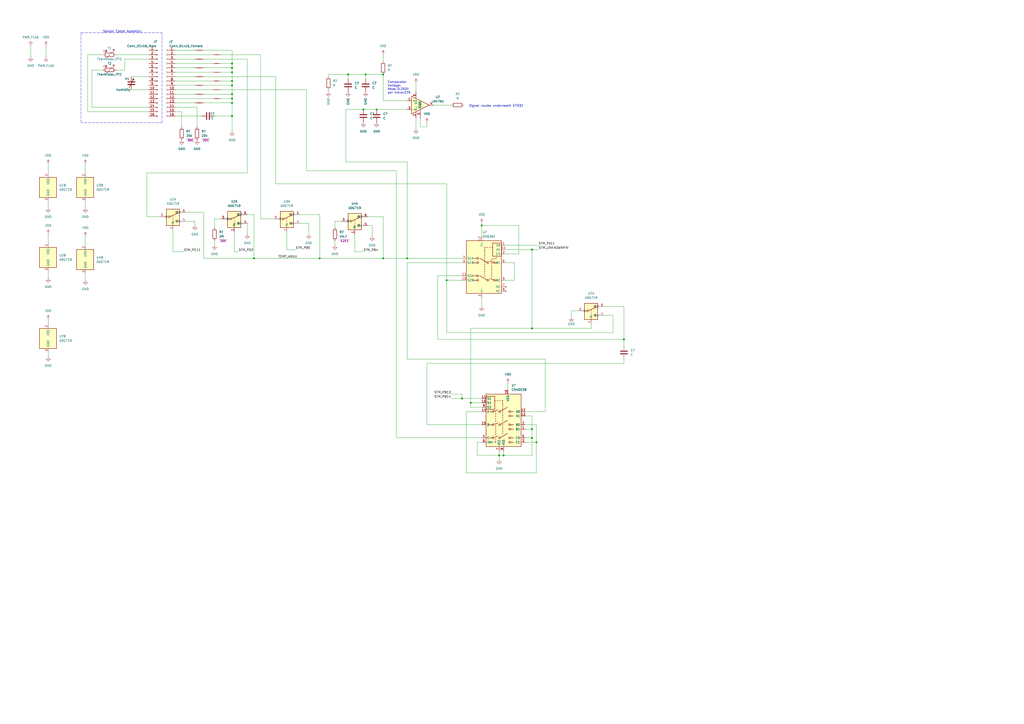
<source format=kicad_sch>
(kicad_sch (version 20211123) (generator eeschema)
  (paper "A2")
  (lib_symbols
    (symbol "ADG719_1"
      (property "Reference" "U" (at -2.54 2.54 0))
      (property "Value" "ADG719_1" (at 0 0 0))
      (symbol "ADG719_1_1_1"
        (pin input line (at 0 -7.62 90) (length 2.54) (name "IN") (number "1"))
        (pin passive line (at 7.62 -2.54 180) (length 2.54) (name "S1") (number "4"))
        (pin passive line (at -7.62 0 0) (length 2.54) (name "D") (number "5"))
        (pin passive line (at 7.62 2.54 180) (length 2.54) (name "S2") (number "6"))
      )
      (symbol "ADG719_1_2_0"
        (pin power_in line (at 0 7.62 270) (length 2.54) (name "VDD") (number "2"))
        (pin power_in line (at 0 -8.89 90) (length 2.54) (name "GND") (number "3"))
      )
    )
    (symbol "ADG719_2"
      (property "Reference" "U" (at -2.54 2.54 0))
      (property "Value" "ADG719_2" (at 0 0 0))
      (symbol "ADG719_2_1_1"
        (pin input line (at 0 -7.62 90) (length 2.54) (name "IN") (number "1"))
        (pin passive line (at 7.62 -2.54 180) (length 2.54) (name "S1") (number "4"))
        (pin passive line (at -7.62 0 0) (length 2.54) (name "D") (number "5"))
        (pin passive line (at 7.62 2.54 180) (length 2.54) (name "S2") (number "6"))
      )
      (symbol "ADG719_2_2_0"
        (pin power_in line (at 0 7.62 270) (length 2.54) (name "VDD") (number "2"))
        (pin power_in line (at 0 -8.89 90) (length 2.54) (name "GND") (number "3"))
      )
    )
    (symbol "ADG719_3"
      (property "Reference" "U" (at -2.54 2.54 0))
      (property "Value" "ADG719_3" (at 0 0 0))
      (symbol "ADG719_3_1_1"
        (pin input line (at 0 -7.62 90) (length 2.54) (name "IN") (number "1"))
        (pin passive line (at 7.62 -2.54 180) (length 2.54) (name "S1") (number "4"))
        (pin passive line (at -7.62 0 0) (length 2.54) (name "D") (number "5"))
        (pin passive line (at 7.62 2.54 180) (length 2.54) (name "S2") (number "6"))
      )
      (symbol "ADG719_3_2_0"
        (pin power_in line (at 0 7.62 270) (length 2.54) (name "VDD") (number "2"))
        (pin power_in line (at 0 -8.89 90) (length 2.54) (name "GND") (number "3"))
      )
    )
    (symbol "ADG719_4"
      (property "Reference" "U" (at -2.54 2.54 0))
      (property "Value" "ADG719_4" (at 0 0 0))
      (symbol "ADG719_4_1_1"
        (pin input line (at 0 -7.62 90) (length 2.54) (name "IN") (number "1"))
        (pin passive line (at 7.62 -2.54 180) (length 2.54) (name "S1") (number "4"))
        (pin passive line (at -7.62 0 0) (length 2.54) (name "D") (number "5"))
        (pin passive line (at 7.62 2.54 180) (length 2.54) (name "S2") (number "6"))
      )
      (symbol "ADG719_4_2_0"
        (pin power_in line (at 0 7.62 270) (length 2.54) (name "VDD") (number "2"))
        (pin power_in line (at 0 -8.89 90) (length 2.54) (name "GND") (number "3"))
      )
    )
    (symbol "ADG719_5"
      (property "Reference" "U" (at -2.54 2.54 0))
      (property "Value" "ADG719_5" (at 0 0 0))
      (symbol "ADG719_5_1_1"
        (pin input line (at 0 -7.62 90) (length 2.54) (name "IN") (number "1"))
        (pin passive line (at 7.62 -2.54 180) (length 2.54) (name "S1") (number "4"))
        (pin passive line (at -7.62 0 0) (length 2.54) (name "D") (number "5"))
        (pin passive line (at 7.62 2.54 180) (length 2.54) (name "S2") (number "6"))
      )
      (symbol "ADG719_5_2_0"
        (pin power_in line (at 0 7.62 270) (length 2.54) (name "VDD") (number "2"))
        (pin power_in line (at 0 -8.89 90) (length 2.54) (name "GND") (number "3"))
      )
    )
    (symbol "ADG719_6"
      (property "Reference" "U" (at -2.54 2.54 0))
      (property "Value" "ADG719_6" (at 0 0 0))
      (symbol "ADG719_6_1_1"
        (pin input line (at 0 -7.62 90) (length 2.54) (name "IN") (number "1"))
        (pin passive line (at 7.62 -2.54 180) (length 2.54) (name "S1") (number "4"))
        (pin passive line (at -7.62 0 0) (length 2.54) (name "D") (number "5"))
        (pin passive line (at 7.62 2.54 180) (length 2.54) (name "S2") (number "6"))
      )
      (symbol "ADG719_6_2_0"
        (pin power_in line (at 0 7.62 270) (length 2.54) (name "VDD") (number "2"))
        (pin power_in line (at 0 -8.89 90) (length 2.54) (name "GND") (number "3"))
      )
    )
    (symbol "ADG719_7"
      (property "Reference" "U" (at -2.54 2.54 0))
      (property "Value" "ADG719_7" (at 0 0 0))
      (symbol "ADG719_7_1_1"
        (pin input line (at 0 -7.62 90) (length 2.54) (name "IN") (number "1"))
        (pin passive line (at 7.62 -2.54 180) (length 2.54) (name "S1") (number "4"))
        (pin passive line (at -7.62 0 0) (length 2.54) (name "D") (number "5"))
        (pin passive line (at 7.62 2.54 180) (length 2.54) (name "S2") (number "6"))
      )
      (symbol "ADG719_7_2_0"
        (pin power_in line (at 0 7.62 270) (length 2.54) (name "VDD") (number "2"))
        (pin power_in line (at 0 -8.89 90) (length 2.54) (name "GND") (number "3"))
      )
    )
    (symbol "Analog_Switch:CD4053B"
      (property "Reference" "U" (at -10.16 16.51 0))
      (property "Value" "CD4053B" (at 3.81 16.51 0))
      (symbol "CD4053B_1_1"
        (pin bidirectional line (at 12.7 -5.08 180) (length 2.54) (name "B1") (number "1"))
        (pin input line (at -12.7 10.16 0) (length 2.54) (name "S2") (number "10"))
        (pin input line (at -12.7 12.7 0) (length 2.54) (name "S1") (number "11"))
        (pin bidirectional line (at 12.7 5.08 180) (length 2.54) (name "A0") (number "12"))
        (pin bidirectional line (at 12.7 2.54 180) (length 2.54) (name "A1") (number "13"))
        (pin bidirectional line (at -12.7 5.08 0) (length 2.54) (name "A") (number "14"))
        (pin bidirectional line (at -12.7 -2.54 0) (length 2.54) (name "B") (number "15"))
        (pin power_in line (at 2.54 17.78 270) (length 2.54) (name "VDD") (number "16"))
        (pin bidirectional line (at 12.7 -2.54 180) (length 2.54) (name "B0") (number "2"))
        (pin bidirectional line (at 12.7 -12.7 180) (length 2.54) (name "C1") (number "3"))
        (pin bidirectional line (at -12.7 -10.16 0) (length 2.54) (name "C") (number "4"))
        (pin bidirectional line (at 12.7 -10.16 180) (length 2.54) (name "C0") (number "5"))
        (pin input line (at -12.7 -12.7 0) (length 2.54) (name "INH") (number "6"))
        (pin power_in line (at -2.54 -17.78 90) (length 2.54) (name "VEE") (number "7"))
        (pin power_in line (at 0 -17.78 90) (length 2.54) (name "VSS") (number "8"))
        (pin input line (at -12.7 7.62 0) (length 2.54) (name "S3") (number "9"))
      )
    )
    (symbol "Connector:Conn_01x16_Female" (pin_names (offset 1.016) hide)
      (property "Reference" "J" (at 0 20.32 0))
      (property "Value" "Conn_01x16_Female" (at 0 -22.86 0))
      (symbol "Conn_01x16_Female_1_1"
        (pin passive line (at -5.08 17.78 0) (length 3.81) (name "Pin_1") (number "1"))
        (pin passive line (at -5.08 -5.08 0) (length 3.81) (name "Pin_10") (number "10"))
        (pin passive line (at -5.08 -7.62 0) (length 3.81) (name "Pin_11") (number "11"))
        (pin passive line (at -5.08 -10.16 0) (length 3.81) (name "Pin_12") (number "12"))
        (pin passive line (at -5.08 -12.7 0) (length 3.81) (name "Pin_13") (number "13"))
        (pin passive line (at -5.08 -15.24 0) (length 3.81) (name "Pin_14") (number "14"))
        (pin passive line (at -5.08 -17.78 0) (length 3.81) (name "Pin_15") (number "15"))
        (pin passive line (at -5.08 -20.32 0) (length 3.81) (name "Pin_16") (number "16"))
        (pin passive line (at -5.08 15.24 0) (length 3.81) (name "Pin_2") (number "2"))
        (pin passive line (at -5.08 12.7 0) (length 3.81) (name "Pin_3") (number "3"))
        (pin passive line (at -5.08 10.16 0) (length 3.81) (name "Pin_4") (number "4"))
        (pin passive line (at -5.08 7.62 0) (length 3.81) (name "Pin_5") (number "5"))
        (pin passive line (at -5.08 5.08 0) (length 3.81) (name "Pin_6") (number "6"))
        (pin passive line (at -5.08 2.54 0) (length 3.81) (name "Pin_7") (number "7"))
        (pin passive line (at -5.08 0 0) (length 3.81) (name "Pin_8") (number "8"))
        (pin passive line (at -5.08 -2.54 0) (length 3.81) (name "Pin_9") (number "9"))
      )
    )
    (symbol "Connector:Conn_01x16_Male" (pin_names (offset 1.016) hide)
      (property "Reference" "J" (at 0 20.32 0))
      (property "Value" "Conn_01x16_Male" (at 0 -22.86 0))
      (symbol "Conn_01x16_Male_1_1"
        (pin passive line (at 5.08 17.78 180) (length 3.81) (name "Pin_1") (number "1"))
        (pin passive line (at 5.08 -5.08 180) (length 3.81) (name "Pin_10") (number "10"))
        (pin passive line (at 5.08 -7.62 180) (length 3.81) (name "Pin_11") (number "11"))
        (pin passive line (at 5.08 -10.16 180) (length 3.81) (name "Pin_12") (number "12"))
        (pin passive line (at 5.08 -12.7 180) (length 3.81) (name "Pin_13") (number "13"))
        (pin passive line (at 5.08 -15.24 180) (length 3.81) (name "Pin_14") (number "14"))
        (pin passive line (at 5.08 -17.78 180) (length 3.81) (name "Pin_15") (number "15"))
        (pin passive line (at 5.08 -20.32 180) (length 3.81) (name "Pin_16") (number "16"))
        (pin passive line (at 5.08 15.24 180) (length 3.81) (name "Pin_2") (number "2"))
        (pin passive line (at 5.08 12.7 180) (length 3.81) (name "Pin_3") (number "3"))
        (pin passive line (at 5.08 10.16 180) (length 3.81) (name "Pin_4") (number "4"))
        (pin passive line (at 5.08 7.62 180) (length 3.81) (name "Pin_5") (number "5"))
        (pin passive line (at 5.08 5.08 180) (length 3.81) (name "Pin_6") (number "6"))
        (pin passive line (at 5.08 2.54 180) (length 3.81) (name "Pin_7") (number "7"))
        (pin passive line (at 5.08 0 180) (length 3.81) (name "Pin_8") (number "8"))
        (pin passive line (at 5.08 -2.54 180) (length 3.81) (name "Pin_9") (number "9"))
      )
    )
    (symbol "Device:C" (pin_numbers hide) (pin_names (offset 0.254))
      (property "Reference" "C" (at 0.635 2.54 0))
      (property "Value" "C" (at 0.635 -2.54 0))
      (symbol "C_1_1"
        (pin passive line (at 0 3.81 270) (length 2.794) (name "~") (number "1"))
        (pin passive line (at 0 -3.81 90) (length 2.794) (name "~") (number "2"))
      )
    )
    (symbol "Device:C_Variable" (pin_numbers hide) (pin_names (offset 0.254) hide)
      (property "Reference" "C" (at 0.635 -1.905 0))
      (property "Value" "C_Variable" (at 0.635 -3.81 0))
      (symbol "C_Variable_1_1"
        (pin passive line (at 0 3.81 270) (length 3.048) (name "~") (number "1"))
        (pin passive line (at 0 -3.81 90) (length 3.048) (name "~") (number "2"))
      )
    )
    (symbol "Device:NetTie_2" (pin_numbers hide) (pin_names (offset 0) hide) (in_bom no)
      (property "Reference" "NT" (at 0 1.27 0))
      (property "Value" "NetTie_2" (at 0 -1.27 0))
      (symbol "NetTie_2_1_1"
        (pin passive line (at -2.54 0 0) (length 2.54) (name "1") (number "1"))
        (pin passive line (at 2.54 0 180) (length 2.54) (name "2") (number "2"))
      )
    )
    (symbol "Device:R" (pin_numbers hide) (pin_names (offset 0))
      (property "Reference" "R" (at 2.032 0 90))
      (property "Value" "R" (at 0 0 90))
      (symbol "R_1_1"
        (pin passive line (at 0 3.81 270) (length 1.27) (name "~") (number "1"))
        (pin passive line (at 0 -3.81 90) (length 1.27) (name "~") (number "2"))
      )
    )
    (symbol "Device:Thermistor_PTC" (pin_numbers hide) (pin_names (offset 0))
      (property "Reference" "TH" (at -4.064 0 90))
      (property "Value" "Thermistor_PTC" (at 3.048 0 90))
      (symbol "Thermistor_PTC_1_1"
        (pin passive line (at 0 3.81 270) (length 1.27) (name "~") (number "1"))
        (pin passive line (at 0 -3.81 90) (length 1.27) (name "~") (number "2"))
      )
    )
    (symbol "power:GND" (power) (pin_names (offset 0))
      (property "Value" "GND" (at 0 -3.81 0))
      (symbol "GND_1_1"
        (pin power_in line (at 0 0 270) (length 0) hide (name "GND") (number "1"))
      )
    )
    (symbol "power:PWR_FLAG" (power) (pin_numbers hide) (pin_names (offset 0) hide)
      (property "Value" "PWR_FLAG" (at 0 3.81 0))
      (symbol "PWR_FLAG_0_0"
        (pin power_out line (at 0 0 90) (length 0) (name "pwr") (number "1"))
      )
    )
    (symbol "power:VDD" (power) (pin_names (offset 0))
      (property "Value" "VDD" (at 0 3.81 0))
      (symbol "VDD_1_1"
        (pin power_in line (at 0 0 90) (length 0) hide (name "VDD") (number "1"))
      )
    )
    (symbol "projsym_DFM17:ADG719"
      (property "Reference" "U" (at -2.54 2.54 0))
      (property "Value" "ADG719" (at 0 0 0))
      (symbol "ADG719_1_1"
        (pin input line (at 0 -7.62 90) (length 2.54) (name "IN") (number "1"))
        (pin passive line (at 7.62 -2.54 180) (length 2.54) (name "S1") (number "4"))
        (pin passive line (at -7.62 0 0) (length 2.54) (name "D") (number "5"))
        (pin passive line (at 7.62 2.54 180) (length 2.54) (name "S2") (number "6"))
      )
      (symbol "ADG719_2_0"
        (pin power_in line (at 0 7.62 270) (length 2.54) (name "VDD") (number "2"))
        (pin power_in line (at 0 -8.89 90) (length 2.54) (name "GND") (number "3"))
      )
    )
    (symbol "projsym_DFM17:DG636E"
      (property "Reference" "U" (at 15.24 11.43 0))
      (property "Value" "DG636E" (at 0 11.43 0))
      (symbol "DG636E_1_1"
        (pin input line (at -6.35 7.62 0) (length 2.54) (name "A0") (number "1"))
        (pin bidirectional line (at 19.05 -12.7 180) (length 2.54) (name "S2B") (number "10"))
        (pin bidirectional line (at 19.05 -10.16 180) (length 2.54) (name "S2A") (number "11"))
        (pin power_in line (at 7.62 12.7 270) (length 2.54) (name "V+") (number "12"))
        (pin input line (at -6.35 5.08 0) (length 2.54) (name "A1") (number "14"))
        (pin input line (at -6.35 2.54 0) (length 2.54) (name "EN") (number "2"))
        (pin power_in line (at 7.62 -22.86 90) (length 2.54) (name "V-") (number "3"))
        (pin bidirectional line (at 19.05 0 180) (length 2.54) (name "S1A") (number "4"))
        (pin bidirectional line (at 19.05 -2.54 180) (length 2.54) (name "S1B") (number "5"))
        (pin bidirectional line (at -6.35 -2.54 0) (length 2.54) (name "D1") (number "6"))
        (pin no_connect line (at -6.35 -16.51 0) (length 2.54) (name "NC") (number "7"))
        (pin no_connect line (at -6.35 -19.05 0) (length 2.54) (name "NC") (number "8"))
        (pin bidirectional line (at -6.35 -12.7 0) (length 2.54) (name "D2") (number "9"))
      )
    )
    (symbol "projsym_DFM17:LMV761"
      (property "Reference" "U" (at 5.08 6.35 0))
      (property "Value" "LMV761" (at 7.62 3.81 0))
      (symbol "LMV761_1_1"
        (pin input line (at -3.81 2.54 0) (length 2.54) (name "+") (number "1"))
        (pin power_in line (at 1.27 -7.62 90) (length 3.81) (name "V-") (number "2"))
        (pin input line (at -3.81 -2.54 0) (length 2.54) (name "-") (number "3"))
        (pin output line (at 11.43 0 180) (length 2.54) (name "~") (number "4"))
        (pin input line (at 3.81 -7.62 90) (length 5.08) (name "~{SHDN}") (number "5"))
        (pin power_in line (at 1.27 7.62 270) (length 3.81) (name "V+") (number "6"))
      )
    )
  )
  (junction (at 134.62 57.15))
  (junction (at 222.25 43.18))
  (junction (at 134.62 67.31))
  (junction (at 210.82 63.5))
  (junction (at 222.25 149.86))
  (junction (at 259.08 162.56))
  (junction (at 267.97 231.14))
  (junction (at 311.15 256.54))
  (junction (at 361.95 196.85))
  (junction (at 134.62 59.69))
  (junction (at 289.56 264.16))
  (junction (at 185.42 149.86))
  (junction (at 308.61 248.92))
  (junction (at 236.22 149.86))
  (junction (at 134.62 39.37))
  (junction (at 308.61 144.78))
  (junction (at 212.09 43.18))
  (junction (at 134.62 36.83))
  (junction (at 201.93 43.18))
  (junction (at 134.62 49.53))
  (junction (at 218.44 63.5))
  (junction (at 273.05 233.68))
  (junction (at 308.61 190.5))
  (junction (at 134.62 46.99))
  (junction (at 308.61 254))
  (junction (at 147.32 149.86))
  (junction (at 292.1 264.16))
  (junction (at 134.62 54.61))
  (junction (at 279.4 130.81))
  (junction (at 134.62 41.91))
  (wire (pts (xy 101.6 52.07) (xy 123.19 52.07)))
  (wire (pts (xy 190.5 52.07) (xy 190.5 53.34)))
  (wire (pts (xy 212.09 43.18) (xy 212.09 45.72)))
  (wire (pts (xy 247.65 246.38) (xy 279.4 246.38)))
  (wire (pts (xy 101.6 41.91) (xy 123.19 41.91)))
  (wire (pts (xy 270.51 238.76) (xy 270.51 274.32)))
  (wire (pts (xy 86.36 34.29) (xy 72.39 34.29)))
  (wire (pts (xy 342.9 187.96) (xy 342.9 190.5)))
  (wire (pts (xy 308.61 241.3) (xy 308.61 248.92)))
  (wire (pts (xy 49.53 95.25) (xy 49.53 100.33)))
  (wire (pts (xy 254 160.02) (xy 254 196.85)))
  (wire (pts (xy 292.1 264.16) (xy 308.61 264.16)))
  (wire (pts (xy 135.89 134.62) (xy 135.89 146.05)))
  (wire (pts (xy 27.94 95.25) (xy 27.94 100.33)))
  (wire (pts (xy 279.4 256.54) (xy 276.86 256.54)))
  (wire (pts (xy 124.46 67.31) (xy 134.62 67.31)))
  (wire (pts (xy 200.66 63.5) (xy 210.82 63.5)))
  (wire (pts (xy 27.94 185.42) (xy 27.94 187.96)))
  (wire (pts (xy 304.8 241.3) (xy 308.61 241.3)))
  (wire (pts (xy 243.84 73.66) (xy 247.65 73.66)))
  (wire (pts (xy 205.74 146.05) (xy 210.82 146.05)))
  (wire (pts (xy 101.6 39.37) (xy 113.03 39.37)))
  (wire (pts (xy 247.65 210.82) (xy 247.65 246.38)))
  (wire (pts (xy 166.37 144.78) (xy 171.45 144.78)))
  (wire (pts (xy 179.07 129.54) (xy 179.07 135.89)))
  (wire (pts (xy 200.66 93.98) (xy 200.66 63.5)))
  (wire (pts (xy 213.36 125.73) (xy 222.25 125.73)))
  (wire (pts (xy 143.51 34.29) (xy 143.51 100.33)))
  (wire (pts (xy 101.6 62.23) (xy 114.3 62.23)))
  (wire (pts (xy 222.25 43.18) (xy 222.25 58.42)))
  (wire (pts (xy 101.6 57.15) (xy 123.19 57.15)))
  (polyline (pts (xy 93.98 71.12) (xy 46.99 71.12)))
  (wire (pts (xy 72.39 40.64) (xy 67.31 40.64)))
  (wire (pts (xy 361.95 210.82) (xy 247.65 210.82)))
  (wire (pts (xy 134.62 41.91) (xy 134.62 46.99)))
  (wire (pts (xy 53.34 40.64) (xy 53.34 62.23)))
  (wire (pts (xy 236.22 93.98) (xy 200.66 93.98)))
  (wire (pts (xy 67.31 31.75) (xy 86.36 31.75)))
  (wire (pts (xy 361.95 196.85) (xy 361.95 200.66)))
  (polyline (pts (xy 46.99 19.05) (xy 46.99 71.12)))
  (wire (pts (xy 361.95 196.85) (xy 361.95 177.8)))
  (wire (pts (xy 134.62 39.37) (xy 134.62 41.91)))
  (wire (pts (xy 118.11 49.53) (xy 134.62 49.53)))
  (wire (pts (xy 267.97 160.02) (xy 254 160.02)))
  (wire (pts (xy 254 196.85) (xy 361.95 196.85)))
  (wire (pts (xy 151.13 31.75) (xy 151.13 127)))
  (wire (pts (xy 128.27 31.75) (xy 151.13 31.75)))
  (wire (pts (xy 100.33 146.05) (xy 106.68 146.05)))
  (wire (pts (xy 85.09 125.73) (xy 92.71 125.73)))
  (wire (pts (xy 27.94 207.01) (xy 27.94 204.47)))
  (wire (pts (xy 134.62 57.15) (xy 134.62 59.69)))
  (wire (pts (xy 27.94 116.84) (xy 27.94 120.65)))
  (wire (pts (xy 143.51 124.46) (xy 147.32 124.46)))
  (wire (pts (xy 118.11 54.61) (xy 134.62 54.61)))
  (wire (pts (xy 289.56 264.16) (xy 289.56 266.7)))
  (wire (pts (xy 113.03 128.27) (xy 113.03 130.81)))
  (wire (pts (xy 76.2 44.45) (xy 86.36 44.45)))
  (wire (pts (xy 128.27 36.83) (xy 134.62 36.83)))
  (wire (pts (xy 118.11 123.19) (xy 118.11 149.86)))
  (wire (pts (xy 118.11 44.45) (xy 160.02 44.45)))
  (wire (pts (xy 236.22 149.86) (xy 236.22 93.98)))
  (wire (pts (xy 101.6 54.61) (xy 113.03 54.61)))
  (wire (pts (xy 229.87 99.06) (xy 229.87 254)))
  (wire (pts (xy 222.25 149.86) (xy 185.42 149.86)))
  (wire (pts (xy 124.46 139.7) (xy 124.46 142.24)))
  (wire (pts (xy 308.61 190.5) (xy 308.61 144.78)))
  (wire (pts (xy 279.4 130.81) (xy 279.4 137.16)))
  (wire (pts (xy 342.9 190.5) (xy 308.61 190.5)))
  (wire (pts (xy 355.6 193.04) (xy 355.6 182.88)))
  (wire (pts (xy 86.36 52.07) (xy 76.2 52.07)))
  (wire (pts (xy 194.31 128.27) (xy 198.12 128.27)))
  (wire (pts (xy 243.84 68.58) (xy 243.84 73.66)))
  (wire (pts (xy 201.93 43.18) (xy 212.09 43.18)))
  (wire (pts (xy 304.8 248.92) (xy 308.61 248.92)))
  (wire (pts (xy 101.6 49.53) (xy 113.03 49.53)))
  (wire (pts (xy 279.4 129.54) (xy 279.4 130.81)))
  (wire (pts (xy 49.53 158.75) (xy 49.53 162.56)))
  (wire (pts (xy 49.53 116.84) (xy 49.53 120.65)))
  (wire (pts (xy 85.09 100.33) (xy 85.09 125.73)))
  (wire (pts (xy 118.11 34.29) (xy 143.51 34.29)))
  (wire (pts (xy 270.51 274.32) (xy 311.15 274.32)))
  (wire (pts (xy 267.97 231.14) (xy 279.4 231.14)))
  (wire (pts (xy 185.42 149.86) (xy 185.42 124.46)))
  (wire (pts (xy 101.6 64.77) (xy 105.41 64.77)))
  (wire (pts (xy 27.94 135.89) (xy 27.94 140.97)))
  (wire (pts (xy 361.95 208.28) (xy 361.95 210.82)))
  (wire (pts (xy 259.08 193.04) (xy 355.6 193.04)))
  (wire (pts (xy 134.62 36.83) (xy 134.62 39.37)))
  (wire (pts (xy 101.6 29.21) (xy 113.03 29.21)))
  (wire (pts (xy 134.62 49.53) (xy 134.62 54.61)))
  (wire (pts (xy 267.97 152.4) (xy 236.22 152.4)))
  (wire (pts (xy 304.8 238.76) (xy 316.23 238.76)))
  (wire (pts (xy 53.34 62.23) (xy 86.36 62.23)))
  (polyline (pts (xy 93.98 19.05) (xy 93.98 71.12)))
  (wire (pts (xy 128.27 41.91) (xy 134.62 41.91)))
  (wire (pts (xy 273.05 233.68) (xy 273.05 236.22)))
  (polyline (pts (xy 46.99 19.05) (xy 93.98 19.05)))
  (wire (pts (xy 134.62 67.31) (xy 134.62 76.2)))
  (wire (pts (xy 279.4 177.8) (xy 279.4 172.72)))
  (wire (pts (xy 190.5 43.18) (xy 201.93 43.18)))
  (wire (pts (xy 177.8 99.06) (xy 229.87 99.06)))
  (wire (pts (xy 276.86 264.16) (xy 289.56 264.16)))
  (wire (pts (xy 134.62 59.69) (xy 134.62 67.31)))
  (wire (pts (xy 118.11 59.69) (xy 134.62 59.69)))
  (wire (pts (xy 194.31 132.08) (xy 194.31 128.27)))
  (wire (pts (xy 241.3 48.26) (xy 241.3 53.34)))
  (wire (pts (xy 279.4 233.68) (xy 273.05 233.68)))
  (wire (pts (xy 177.8 52.07) (xy 177.8 99.06)))
  (wire (pts (xy 300.99 130.81) (xy 279.4 130.81)))
  (wire (pts (xy 308.61 254) (xy 308.61 264.16)))
  (wire (pts (xy 107.95 128.27) (xy 113.03 128.27)))
  (wire (pts (xy 251.46 60.96) (xy 261.62 60.96)))
  (wire (pts (xy 124.46 127) (xy 124.46 132.08)))
  (wire (pts (xy 308.61 144.78) (xy 312.42 144.78)))
  (wire (pts (xy 215.9 130.81) (xy 215.9 137.16)))
  (wire (pts (xy 355.6 182.88) (xy 350.52 182.88)))
  (wire (pts (xy 147.32 149.86) (xy 185.42 149.86)))
  (wire (pts (xy 101.6 34.29) (xy 113.03 34.29)))
  (wire (pts (xy 134.62 54.61) (xy 134.62 57.15)))
  (wire (pts (xy 308.61 248.92) (xy 308.61 254)))
  (wire (pts (xy 50.8 64.77) (xy 50.8 31.75)))
  (wire (pts (xy 222.25 125.73) (xy 222.25 149.86)))
  (wire (pts (xy 160.02 44.45) (xy 160.02 106.68)))
  (wire (pts (xy 316.23 208.28) (xy 236.22 208.28)))
  (wire (pts (xy 27.94 157.48) (xy 27.94 161.29)))
  (wire (pts (xy 229.87 254) (xy 279.4 254)))
  (wire (pts (xy 166.37 134.62) (xy 166.37 144.78)))
  (wire (pts (xy 247.65 73.66) (xy 247.65 71.12)))
  (wire (pts (xy 128.27 57.15) (xy 134.62 57.15)))
  (wire (pts (xy 135.89 146.05) (xy 138.43 146.05)))
  (wire (pts (xy 293.37 147.32) (xy 300.99 147.32)))
  (wire (pts (xy 50.8 31.75) (xy 59.69 31.75)))
  (wire (pts (xy 361.95 177.8) (xy 350.52 177.8)))
  (wire (pts (xy 160.02 106.68) (xy 259.08 106.68)))
  (wire (pts (xy 101.6 46.99) (xy 123.19 46.99)))
  (wire (pts (xy 134.62 46.99) (xy 134.62 49.53)))
  (wire (pts (xy 261.62 228.6) (xy 267.97 228.6)))
  (wire (pts (xy 128.27 46.99) (xy 134.62 46.99)))
  (wire (pts (xy 304.8 246.38) (xy 311.15 246.38)))
  (wire (pts (xy 300.99 147.32) (xy 300.99 130.81)))
  (wire (pts (xy 267.97 162.56) (xy 259.08 162.56)))
  (wire (pts (xy 304.8 254) (xy 308.61 254)))
  (wire (pts (xy 147.32 124.46) (xy 147.32 149.86)))
  (wire (pts (xy 331.47 180.34) (xy 331.47 184.15)))
  (wire (pts (xy 279.4 238.76) (xy 270.51 238.76)))
  (wire (pts (xy 293.37 162.56) (xy 298.45 162.56)))
  (wire (pts (xy 101.6 44.45) (xy 113.03 44.45)))
  (wire (pts (xy 259.08 106.68) (xy 259.08 162.56)))
  (wire (pts (xy 105.41 64.77) (xy 105.41 73.66)))
  (wire (pts (xy 100.33 146.05) (xy 100.33 133.35)))
  (wire (pts (xy 298.45 152.4) (xy 298.45 162.56)))
  (wire (pts (xy 276.86 256.54) (xy 276.86 264.16)))
  (wire (pts (xy 316.23 238.76) (xy 316.23 208.28)))
  (wire (pts (xy 101.6 67.31) (xy 116.84 67.31)))
  (wire (pts (xy 311.15 274.32) (xy 311.15 256.54)))
  (wire (pts (xy 210.82 63.5) (xy 218.44 63.5)))
  (wire (pts (xy 173.99 129.54) (xy 179.07 129.54)))
  (wire (pts (xy 190.5 44.45) (xy 190.5 43.18)))
  (wire (pts (xy 151.13 127) (xy 158.75 127)))
  (wire (pts (xy 267.97 228.6) (xy 267.97 231.14)))
  (wire (pts (xy 128.27 52.07) (xy 177.8 52.07)))
  (wire (pts (xy 213.36 130.81) (xy 215.9 130.81)))
  (wire (pts (xy 293.37 152.4) (xy 298.45 152.4)))
  (wire (pts (xy 101.6 36.83) (xy 123.19 36.83)))
  (wire (pts (xy 261.62 231.14) (xy 267.97 231.14)))
  (wire (pts (xy 59.69 40.64) (xy 53.34 40.64)))
  (wire (pts (xy 273.05 236.22) (xy 279.4 236.22)))
  (wire (pts (xy 49.53 137.16) (xy 49.53 142.24)))
  (wire (pts (xy 293.37 142.24) (xy 312.42 142.24)))
  (wire (pts (xy 335.28 180.34) (xy 331.47 180.34)))
  (wire (pts (xy 72.39 34.29) (xy 72.39 40.64)))
  (wire (pts (xy 143.51 129.54) (xy 143.51 135.89)))
  (wire (pts (xy 293.37 144.78) (xy 308.61 144.78)))
  (wire (pts (xy 17.78 26.67) (xy 17.78 33.02)))
  (wire (pts (xy 294.64 222.25) (xy 294.64 226.06)))
  (wire (pts (xy 241.3 68.58) (xy 241.3 74.93)))
  (wire (pts (xy 259.08 162.56) (xy 259.08 193.04)))
  (wire (pts (xy 185.42 124.46) (xy 173.99 124.46)))
  (wire (pts (xy 201.93 43.18) (xy 201.93 45.72)))
  (wire (pts (xy 236.22 152.4) (xy 236.22 208.28)))
  (wire (pts (xy 212.09 43.18) (xy 222.25 43.18)))
  (wire (pts (xy 118.11 149.86) (xy 147.32 149.86)))
  (wire (pts (xy 205.74 135.89) (xy 205.74 146.05)))
  (wire (pts (xy 118.11 39.37) (xy 134.62 39.37)))
  (wire (pts (xy 222.25 149.86) (xy 236.22 149.86)))
  (wire (pts (xy 289.56 261.62) (xy 289.56 264.16)))
  (wire (pts (xy 86.36 64.77) (xy 50.8 64.77)))
  (wire (pts (xy 101.6 31.75) (xy 123.19 31.75)))
  (wire (pts (xy 101.6 59.69) (xy 113.03 59.69)))
  (wire (pts (xy 107.95 123.19) (xy 118.11 123.19)))
  (wire (pts (xy 292.1 261.62) (xy 292.1 264.16)))
  (wire (pts (xy 26.67 26.67) (xy 26.67 33.02)))
  (wire (pts (xy 273.05 190.5) (xy 308.61 190.5)))
  (wire (pts (xy 292.1 264.16) (xy 289.56 264.16)))
  (wire (pts (xy 222.25 31.75) (xy 222.25 35.56)))
  (wire (pts (xy 222.25 58.42) (xy 236.22 58.42)))
  (wire (pts (xy 311.15 246.38) (xy 311.15 256.54)))
  (wire (pts (xy 134.62 29.21) (xy 134.62 36.83)))
  (wire (pts (xy 143.51 100.33) (xy 85.09 100.33)))
  (wire (pts (xy 236.22 149.86) (xy 267.97 149.86)))
  (wire (pts (xy 194.31 139.7) (xy 194.31 142.24)))
  (wire (pts (xy 273.05 190.5) (xy 273.05 233.68)))
  (wire (pts (xy 118.11 29.21) (xy 134.62 29.21)))
  (wire (pts (xy 114.3 62.23) (xy 114.3 73.66)))
  (wire (pts (xy 128.27 127) (xy 124.46 127)))
  (wire (pts (xy 218.44 63.5) (xy 236.22 63.5)))
  (wire (pts (xy 311.15 256.54) (xy 304.8 256.54)))
  (text "Signal routes underneath STM32\n" (at 303.53 62.23 180) (effects (font (size 1.27 1.27) italic) (justify right bottom)))
  (text "Sensor Cable Assembly" (at 59.69 19.05 0) (effects (font (size 1.27 1.27)) (justify left bottom)))
  (text "Comparator\nVoltage:\nMeas 0.293V\nper trevor229" (at 224.79 54.61 0) (effects (font (size 1.27 1.27)) (justify left bottom)))
  (label "STM_PB14" (at 261.62 231.14 180))
  (label "STM_PC11" (at 106.68 146.05 0))
  (label "TEMP_AMUX" (at 161.29 149.86 0))
  (label "STM_UNKNOWNPIN" (at 312.42 144.78 0) (effects (font italic)))
  (label "STM_PA11" (at 312.42 142.24 0))
  (label "STM_PD2" (at 138.43 146.05 0))
  (label "STM_PB13" (at 261.62 228.6 180))
  (label "STM_PB4" (at 210.82 146.05 0))
  (label "STM_PB5" (at 171.45 144.78 0))
  (symbol (lib_id "Device:C") (at 201.93 49.53 0) (unit 1)
    (property "Reference" "C?" (at 205.74 48.2599 0) (effects (justify left)))
    (property "Value" "C" (at 205.74 50.7999 0) (effects (justify left)))
  )
  (symbol (lib_id "power:GND") (at 194.31 142.24 0) (unit 1)
    (property "Reference" "#PWR?" (effects hide))
    (property "Value" "GND" (at 194.31 147.32 0))
  )
  (symbol (lib_id "Device:R") (at 124.46 135.89 180) (unit 1)
    (property "Reference" "R?" (at 127 134.6199 0) (effects (justify right)))
    (property "Value" "2M" (at 127 137.1599 0) (effects (justify right)))
    (property "Marking" "'30E'" (at 127 139.7 0) (effects (justify right)))
  )
  (symbol (lib_id "Device:NetTie_2") (at 115.57 49.53 0) (unit 1) (in_bom no)
    (property "Reference" "NT?" (effects hide))
    (property "Value" "NetTie_2" (effects hide))
  )
  (symbol (lib_id "projsym_DFM17:DG636E") (at 287.02 149.86 0) (mirror y) (unit 1)
    (property "Reference" "U?" (at 279.9206 134.62 0) (effects (justify right)))
    (property "Value" "DG636E" (at 279.9206 137.16 0) (effects (justify right)))
  )
  (symbol (lib_id "Device:R") (at 222.25 39.37 0) (unit 1)
    (property "Reference" "R?" (at 224.79 38.0999 0) (effects (justify left)))
    (property "Value" "R" (at 224.79 40.6399 0) (effects (justify left)))
  )
  (symbol (lib_name "ADG719_3") (lib_id "projsym_DFM17:ADG719") (at 49.53 149.86 0) (unit 2)
    (property "Reference" "U4" (at 55.88 149.3519 0) (effects (justify left)))
    (property "Value" "ADG719" (at 55.88 151.8919 0) (effects (justify left)))
  )
  (symbol (lib_id "Device:R") (at 114.3 77.47 0) (unit 1)
    (property "Reference" "R?" (at 116.84 76.1999 0) (effects (justify left)))
    (property "Value" "20k" (at 116.84 78.7399 0) (effects (justify left)))
    (property "Marking" "'30C'" (at 116.84 81.28 0) (effects (justify left)))
  )
  (symbol (lib_id "power:VDD") (at 49.53 137.16 0) (unit 1)
    (property "Reference" "#PWR?" (effects hide))
    (property "Value" "VDD" (at 49.53 132.08 0))
  )
  (symbol (lib_id "power:GND") (at 212.09 53.34 0) (unit 1)
    (property "Reference" "#PWR?" (effects hide))
    (property "Value" "GND" (at 212.09 60.96 90) (effects (justify left)))
  )
  (symbol (lib_id "Connector:Conn_01x16_Male") (at 91.44 46.99 0) (mirror y) (unit 1)
    (property "Reference" "J?" (at 88.9 24.13 0) (effects (justify right)))
    (property "Value" "Conn_01x16_Male" (at 73.66 26.67 0) (effects (justify right)))
  )
  (symbol (lib_id "Device:NetTie_2") (at 125.73 41.91 0) (unit 1) (in_bom no)
    (property "Reference" "NT?" (effects hide))
    (property "Value" "NetTie_2" (effects hide))
  )
  (symbol (lib_id "power:GND") (at 331.47 184.15 0) (unit 1)
    (property "Reference" "#PWR?" (effects hide))
    (property "Value" "GND" (at 331.47 187.96 0))
  )
  (symbol (lib_id "Analog_Switch:CD4053B") (at 292.1 243.84 0) (unit 1)
    (property "Reference" "U?" (at 296.6594 223.52 0) (effects (justify left)))
    (property "Value" "CD4053B" (at 296.6594 226.06 0) (effects (justify left)))
    (property "Datasheet" "http://www.ti.com/lit/ds/symlink/cd4052b.pdf" (effects hide))
  )
  (symbol (lib_id "Device:NetTie_2") (at 125.73 36.83 0) (unit 1) (in_bom no)
    (property "Reference" "NT?" (effects hide))
    (property "Value" "NetTie_2" (effects hide))
  )
  (symbol (lib_id "power:GND") (at 143.51 135.89 0) (unit 1)
    (property "Reference" "#PWR?" (effects hide))
    (property "Value" "GND" (at 143.51 140.97 0))
  )
  (symbol (lib_name "ADG719_1") (lib_id "projsym_DFM17:ADG719") (at 27.94 148.59 0) (unit 2)
    (property "Reference" "U2" (at 34.29 148.0819 0) (effects (justify left)))
    (property "Value" "ADG719" (at 34.29 150.6219 0) (effects (justify left)))
  )
  (symbol (lib_id "power:GND") (at 134.62 76.2 0) (unit 1)
    (property "Reference" "#PWR?" (effects hide))
    (property "Value" "GND" (at 134.62 81.28 0))
  )
  (symbol (lib_id "power:VDD") (at 279.4 129.54 0) (unit 1)
    (property "Reference" "#PWR?" (effects hide))
    (property "Value" "VDD" (at 279.4 124.46 0))
  )
  (symbol (lib_id "power:GND") (at 105.41 81.28 0) (unit 1)
    (property "Reference" "#PWR?" (effects hide))
    (property "Value" "GND" (at 105.41 86.36 0))
  )
  (symbol (lib_id "power:GND") (at 218.44 71.12 0) (unit 1)
    (property "Reference" "#PWR?" (effects hide))
    (property "Value" "GND" (at 218.44 76.2 0))
  )
  (symbol (lib_id "power:GND") (at 17.78 33.02 0) (unit 1)
    (property "Reference" "#PWR?" (effects hide))
    (property "Value" "GND" (at 17.78 38.1 0))
  )
  (symbol (lib_id "power:GND") (at 114.3 81.28 0) (unit 1)
    (property "Reference" "#PWR?" (effects hide))
    (property "Value" "GND" (at 114.3 86.36 0))
  )
  (symbol (lib_id "Device:R") (at 194.31 135.89 180) (unit 1)
    (property "Reference" "R?" (at 196.85 134.6199 0) (effects (justify right)))
    (property "Value" "VAL?" (at 196.85 137.1599 0) (effects (justify right)))
    (property "Marking" "'E2EE'" (at 196.85 139.7 0) (effects (justify right)))
  )
  (symbol (lib_id "power:VDD") (at 27.94 135.89 0) (unit 1)
    (property "Reference" "#PWR?" (effects hide))
    (property "Value" "VDD" (at 27.94 130.81 0))
  )
  (symbol (lib_id "power:VDD") (at 241.3 48.26 0) (unit 1)
    (property "Reference" "#PWR?" (effects hide))
    (property "Value" "VDD" (at 241.3 43.18 0))
  )
  (symbol (lib_id "Device:Thermistor_PTC") (at 63.5 31.75 270) (unit 1)
    (property "Reference" "T1" (at 63.5 27.94 90))
    (property "Value" "Thermistor_PTC" (at 63.5 34.29 90))
  )
  (symbol (lib_name "ADG719_6") (lib_id "projsym_DFM17:ADG719") (at 100.33 125.73 0) (unit 1)
    (property "Reference" "U1" (at 100.33 115.57 0))
    (property "Value" "ADG719" (at 100.33 118.11 0))
  )
  (symbol (lib_name "ADG719_7") (lib_id "projsym_DFM17:ADG719") (at 166.37 127 0) (unit 1)
    (property "Reference" "U3" (at 166.37 116.84 0))
    (property "Value" "ADG719" (at 166.37 119.38 0))
  )
  (symbol (lib_id "Device:NetTie_2") (at 115.57 34.29 0) (unit 1) (in_bom no)
    (property "Reference" "NT?" (effects hide))
    (property "Value" "NetTie_2" (effects hide))
  )
  (symbol (lib_id "power:VDD") (at 27.94 185.42 0) (unit 1)
    (property "Reference" "#PWR?" (effects hide))
    (property "Value" "VDD" (at 27.94 180.34 0))
  )
  (symbol (lib_id "power:VDD") (at 294.64 222.25 0) (unit 1)
    (property "Reference" "#PWR?" (effects hide))
    (property "Value" "VDD" (at 294.64 217.17 0))
  )
  (symbol (lib_id "Device:Thermistor_PTC") (at 63.5 40.64 270) (unit 1)
    (property "Reference" "T2" (at 63.5 36.83 90))
    (property "Value" "Thermistor_PTC" (at 63.5 43.18 90))
  )
  (symbol (lib_id "power:GND") (at 279.4 177.8 0) (unit 1)
    (property "Reference" "#PWR?" (effects hide))
    (property "Value" "GND" (at 279.4 182.88 0))
  )
  (symbol (lib_id "projsym_DFM17:ADG719") (at 342.9 180.34 0) (unit 1)
    (property "Reference" "U?" (at 342.9 170.18 0))
    (property "Value" "ADG719" (at 342.9 172.72 0))
  )
  (symbol (lib_id "Device:NetTie_2") (at 115.57 59.69 0) (unit 1) (in_bom no)
    (property "Reference" "NT?" (effects hide))
    (property "Value" "NetTie_2" (effects hide))
  )
  (symbol (lib_id "power:GND") (at 190.5 53.34 0) (unit 1)
    (property "Reference" "#PWR?" (effects hide))
    (property "Value" "GND" (at 190.5 60.96 90) (effects (justify left)))
  )
  (symbol (lib_id "power:GND") (at 289.56 266.7 0) (unit 1)
    (property "Reference" "#PWR?" (effects hide))
    (property "Value" "GND" (at 289.56 271.78 0))
  )
  (symbol (lib_id "Device:C") (at 210.82 67.31 0) (unit 1)
    (property "Reference" "C?" (at 214.63 66.0399 0) (effects (justify left)))
    (property "Value" "C" (at 214.63 68.5799 0) (effects (justify left)))
  )
  (symbol (lib_name "ADG719_4") (lib_id "projsym_DFM17:ADG719") (at 49.53 107.95 0) (unit 2)
    (property "Reference" "U3" (at 55.88 107.4419 0) (effects (justify left)))
    (property "Value" "ADG719" (at 55.88 109.9819 0) (effects (justify left)))
  )
  (symbol (lib_id "Device:C") (at 361.95 204.47 0) (unit 1)
    (property "Reference" "C?" (at 365.76 203.1999 0) (effects (justify left)))
    (property "Value" "C" (at 365.76 205.7399 0) (effects (justify left)))
  )
  (symbol (lib_id "Device:C") (at 120.65 67.31 90) (unit 1)
    (property "Reference" "C?" (at 123.19 66.04 90))
    (property "Value" "C" (at 123.19 68.58 90))
  )
  (symbol (lib_id "Device:NetTie_2") (at 125.73 46.99 0) (unit 1) (in_bom no)
    (property "Reference" "NT?" (effects hide))
    (property "Value" "NetTie_2" (effects hide))
  )
  (symbol (lib_id "power:GND") (at 241.3 74.93 0) (unit 1)
    (property "Reference" "#PWR?" (effects hide))
    (property "Value" "GND" (at 241.3 80.01 0))
  )
  (symbol (lib_id "power:GND") (at 113.03 130.81 0) (unit 1)
    (property "Reference" "#PWR?" (effects hide))
    (property "Value" "GND" (at 113.03 135.89 0))
  )
  (symbol (lib_id "Device:NetTie_2") (at 125.73 57.15 0) (unit 1) (in_bom no)
    (property "Reference" "NT?" (effects hide))
    (property "Value" "NetTie_2" (effects hide))
  )
  (symbol (lib_id "Device:NetTie_2") (at 115.57 29.21 0) (unit 1) (in_bom no)
    (property "Reference" "NT?" (effects hide))
    (property "Value" "NetTie_2" (effects hide))
  )
  (symbol (lib_id "Device:R") (at 265.43 60.96 90) (unit 1)
    (property "Reference" "R?" (at 265.43 54.61 90))
    (property "Value" "R" (at 265.43 57.15 90))
  )
  (symbol (lib_id "power:VDD") (at 222.25 31.75 0) (unit 1)
    (property "Reference" "#PWR?" (effects hide))
    (property "Value" "VDD" (at 222.25 26.67 0))
  )
  (symbol (lib_id "power:GND") (at 27.94 207.01 0) (unit 1)
    (property "Reference" "#PWR?" (effects hide))
    (property "Value" "GND" (at 27.94 212.09 0))
  )
  (symbol (lib_id "Device:C") (at 218.44 67.31 0) (unit 1)
    (property "Reference" "C?" (at 222.25 66.0399 0) (effects (justify left)))
    (property "Value" "C" (at 222.25 68.5799 0) (effects (justify left)))
  )
  (symbol (lib_id "Device:NetTie_2") (at 115.57 54.61 0) (unit 1) (in_bom no)
    (property "Reference" "NT?" (effects hide))
    (property "Value" "NetTie_2" (effects hide))
  )
  (symbol (lib_id "Device:NetTie_2") (at 115.57 39.37 0) (unit 1) (in_bom no)
    (property "Reference" "NT?" (effects hide))
    (property "Value" "NetTie_2" (effects hide))
  )
  (symbol (lib_name "ADG719_5") (lib_id "projsym_DFM17:ADG719") (at 135.89 127 0) (unit 1)
    (property "Reference" "U2" (at 135.89 116.84 0))
    (property "Value" "ADG719" (at 135.89 119.38 0))
  )
  (symbol (lib_id "power:GND") (at 201.93 53.34 0) (unit 1)
    (property "Reference" "#PWR?" (effects hide))
    (property "Value" "GND" (at 201.93 60.96 90) (effects (justify left)))
  )
  (symbol (lib_id "Device:NetTie_2") (at 125.73 31.75 0) (unit 1) (in_bom no)
    (property "Reference" "NT?" (effects hide))
    (property "Value" "NetTie_2" (effects hide))
  )
  (symbol (lib_id "power:GND") (at 27.94 120.65 0) (unit 1)
    (property "Reference" "#PWR?" (effects hide))
    (property "Value" "GND" (at 27.94 125.73 0))
  )
  (symbol (lib_id "Device:R") (at 105.41 77.47 0) (unit 1)
    (property "Reference" "R?" (at 107.95 76.1999 0) (effects (justify left)))
    (property "Value" "20k" (at 107.95 78.7399 0) (effects (justify left)))
    (property "Marking" "'30C'" (at 107.95 81.28 0) (effects (justify left)))
  )
  (symbol (lib_id "Connector:Conn_01x16_Female") (at 96.52 46.99 0) (mirror y) (unit 1)
    (property "Reference" "J?" (at 99.06 24.13 0))
    (property "Value" "Conn_01x16_Female" (at 107.95 26.67 0))
  )
  (symbol (lib_id "Device:NetTie_2") (at 115.57 44.45 0) (unit 1) (in_bom no)
    (property "Reference" "NT?" (effects hide))
    (property "Value" "NetTie_2" (effects hide))
  )
  (symbol (lib_id "power:PWR_FLAG") (at 17.78 26.67 0) (unit 1)
    (property "Reference" "#FLG?" (effects hide))
    (property "Value" "PWR_FLAG" (at 17.78 21.59 0))
  )
  (symbol (lib_id "Device:R") (at 190.5 48.26 180) (unit 1)
    (property "Reference" "R?" (at 193.04 46.9899 0) (effects (justify right)))
    (property "Value" "R" (at 193.04 49.5299 0) (effects (justify right)))
  )
  (symbol (lib_id "power:GND") (at 210.82 71.12 0) (unit 1)
    (property "Reference" "#PWR?" (effects hide))
    (property "Value" "GND" (at 210.82 76.2 0))
  )
  (symbol (lib_id "power:GND") (at 49.53 120.65 0) (unit 1)
    (property "Reference" "#PWR?" (effects hide))
    (property "Value" "GND" (at 49.53 125.73 0))
  )
  (symbol (lib_id "Device:NetTie_2") (at 125.73 52.07 0) (unit 1) (in_bom no)
    (property "Reference" "NT?" (effects hide))
    (property "Value" "NetTie_2" (effects hide))
  )
  (symbol (lib_id "power:GND") (at 124.46 142.24 0) (unit 1)
    (property "Reference" "#PWR?" (effects hide))
    (property "Value" "GND" (at 124.46 147.32 0))
  )
  (symbol (lib_id "projsym_DFM17:LMV761") (at 240.03 60.96 0) (unit 1)
    (property "Reference" "U?" (at 254 56.261 0))
    (property "Value" "LMV761" (at 254 58.801 0))
  )
  (symbol (lib_id "power:PWR_FLAG") (at 26.67 33.02 180) (unit 1)
    (property "Reference" "#FLG?" (effects hide))
    (property "Value" "PWR_FLAG" (at 26.67 38.1 0))
  )
  (symbol (lib_id "power:VDD") (at 247.65 71.12 0) (unit 1)
    (property "Reference" "#PWR?" (effects hide))
    (property "Value" "VDD" (at 247.65 66.04 0))
  )
  (symbol (lib_id "power:GND") (at 179.07 135.89 0) (unit 1)
    (property "Reference" "#PWR?" (effects hide))
    (property "Value" "GND" (at 179.07 140.97 0))
  )
  (symbol (lib_name "ADG719_2") (lib_id "projsym_DFM17:ADG719") (at 27.94 107.95 0) (unit 2)
    (property "Reference" "U1" (at 34.29 107.4419 0) (effects (justify left)))
    (property "Value" "ADG719" (at 34.29 109.9819 0) (effects (justify left)))
  )
  (symbol (lib_id "projsym_DFM17:ADG719") (at 27.94 195.58 0) (unit 2)
    (property "Reference" "U?" (at 34.29 195.0719 0) (effects (justify left)))
    (property "Value" "ADG719" (at 34.29 197.6119 0) (effects (justify left)))
  )
  (symbol (lib_id "Device:C_Variable") (at 76.2 48.26 0) (unit 1)
    (property "Reference" "H1" (at 72.39 45.72 0) (effects (justify left)))
    (property "Value" "Humidity" (at 67.31 52.07 0) (effects (justify left)))
  )
  (symbol (lib_id "power:VDD") (at 27.94 95.25 0) (unit 1)
    (property "Reference" "#PWR?" (effects hide))
    (property "Value" "VDD" (at 27.94 90.17 0))
  )
  (symbol (lib_id "power:GND") (at 215.9 137.16 0) (unit 1)
    (property "Reference" "#PWR?" (effects hide))
    (property "Value" "GND" (at 215.9 142.24 0))
  )
  (symbol (lib_id "power:GND") (at 27.94 161.29 0) (unit 1)
    (property "Reference" "#PWR?" (effects hide))
    (property "Value" "GND" (at 27.94 166.37 0))
  )
  (symbol (lib_id "power:GND") (at 49.53 162.56 0) (unit 1)
    (property "Reference" "#PWR?" (effects hide))
    (property "Value" "GND" (at 49.53 167.64 0))
  )
  (symbol (lib_id "power:VDD") (at 26.67 26.67 0) (unit 1)
    (property "Reference" "#PWR?" (effects hide))
    (property "Value" "VDD" (at 26.67 21.59 0))
  )
  (symbol (lib_id "power:VDD") (at 49.53 95.25 0) (unit 1)
    (property "Reference" "#PWR?" (effects hide))
    (property "Value" "VDD" (at 49.53 90.17 0))
  )
  (symbol (lib_id "projsym_DFM17:ADG719") (at 205.74 128.27 0) (unit 1)
    (property "Reference" "U4" (at 205.74 118.11 0))
    (property "Value" "ADG719" (at 205.74 120.65 0))
  )
  (symbol (lib_id "Device:C") (at 212.09 49.53 0) (unit 1)
    (property "Reference" "C?" (at 215.9 48.2599 0) (effects (justify left)))
    (property "Value" "C" (at 215.9 50.7999 0) (effects (justify left)))
  )
)
</source>
